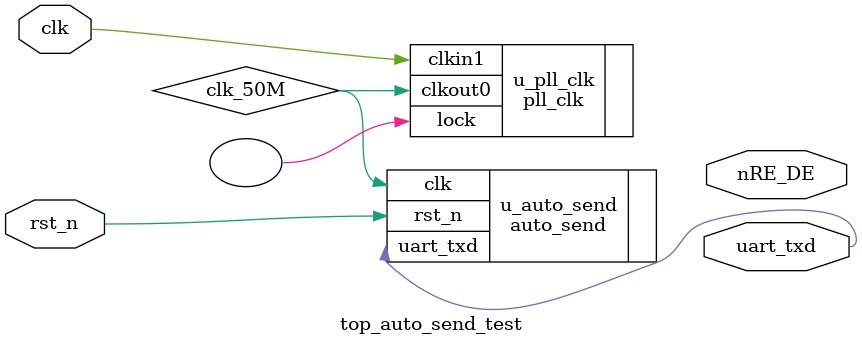
<source format=v>
module top_auto_send_test (
    input clk,   // 系统时钟，例如50MHz
    input rst_n, // 异步复位，低有效

    output uart_txd,  // 串口发送引脚，接到板子TXD或RS485发送
    output nRE_DE
);

    wire clk_50M;

    pll_clk u_pll_clk (
        .clkout0(clk_50M),
        .lock   (),
        .clkin1 (clk)
    );

    // 实例化 auto_send 模块
    auto_send u_auto_send (
        .clk     (clk_50M),
        .rst_n   (rst_n),
        .uart_txd(uart_txd)
    );

endmodule

</source>
